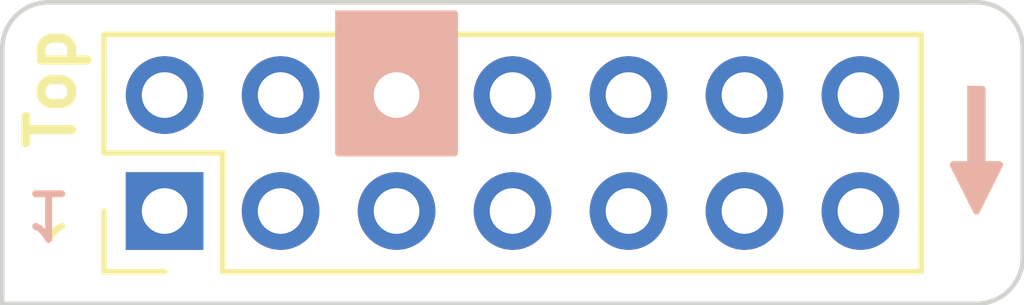
<source format=kicad_pcb>
(kicad_pcb (version 20221018) (generator pcbnew)
  (title_block (title "F-F JTAG Adapter") (date "2023-07-01") (rev "1.1") (company "Jacob Miller"))
  (layers (0 "F.Cu" signal) (31 "B.Cu" signal) (34 "B.Paste" user) (35 "F.Paste" user) (36 "B.SilkS" user "B.Silkscreen") (37 "F.SilkS" user "F.Silkscreen") (38 "B.Mask" user) (39 "F.Mask" user) (44 "Edge.Cuts" user))
  (net 0 "")
  (net 4 "GND")
  (net 5 "+3V3")
  (footprint "Connector_PinHeader_2.54mm:PinHeader_2x07_P2.54mm_Vertical" (layer "F.Cu") (at 144.78 129.54 90)
    (fp_text reference "J1" hide)
    (fp_text value "~")
    (fp_line (start -1.33 -1.33) (end 0 -1.33) (stroke (width 0.12)) (layer "F.SilkS"))
    (fp_line (start -1.33 0) (end -1.33 -1.33) (stroke (width 0.12)) (layer "F.SilkS"))
    (fp_line (start -1.33 1.27) (end -1.33 16.57) (stroke (width 0.12)) (layer "F.SilkS"))
    (fp_line (start -1.33 1.27) (end 1.27 1.27) (stroke (width 0.12)) (layer "F.SilkS"))
    (fp_line (start -1.33 16.57) (end 3.87 16.57) (stroke (width 0.12)) (layer "F.SilkS"))
    (fp_line (start 1.27 -1.33) (end 3.87 -1.33) (stroke (width 0.12)) (layer "F.SilkS"))
    (fp_line (start 1.27 1.27) (end 1.27 -1.33) (stroke (width 0.12)) (layer "F.SilkS"))
    (fp_line (start 3.87 -1.33) (end 3.87 16.57) (stroke (width 0.12)) (layer "F.SilkS"))
    (pad "1" thru_hole rect (at 0 0 90) (size 1.7 1.7) (drill 1) (layers "*.Cu" "*.Mask"))
    (pad "2" thru_hole oval (at 2.54 0 90) (size 1.7 1.7) (drill 1) (layers "*.Cu" "*.Mask"))
    (pad "3" thru_hole oval (at 0 2.54 90) (size 1.7 1.7) (drill 1) (layers "*.Cu" "*.Mask"))
    (pad "4" thru_hole oval (at 2.54 2.54 90) (size 1.7 1.7) (drill 1) (layers "*.Cu" "*.Mask") (net 4 "GND"))
    (pad "5" thru_hole oval (at 0 5.08 90) (size 1.7 1.7) (drill 1) (layers "*.Cu" "*.Mask") (net 5 "+3V3"))
    (pad "6" thru_hole oval (at 2.54 5.08 90) (size 1.7 1.7) (drill 1) (layers "*.Cu" "*.Mask"))
    (pad "7" thru_hole oval (at 0 7.62 90) (size 1.7 1.7) (drill 1) (layers "*.Cu" "*.Mask"))
    (pad "8" thru_hole oval (at 2.54 7.62 90) (size 1.7 1.7) (drill 1) (layers "*.Cu" "*.Mask") (net 4 "GND"))
    (pad "9" thru_hole oval (at 0 10.16 90) (size 1.7 1.7) (drill 1) (layers "*.Cu" "*.Mask"))
    (pad "10" thru_hole oval (at 2.54 10.16 90) (size 1.7 1.7) (drill 1) (layers "*.Cu" "*.Mask") (net 4 "GND"))
    (pad "11" thru_hole oval (at 0 12.7 90) (size 1.7 1.7) (drill 1) (layers "*.Cu" "*.Mask"))
    (pad "12" thru_hole oval (at 2.54 12.7 90) (size 1.7 1.7) (drill 1) (layers "*.Cu" "*.Mask") (net 4 "GND"))
    (pad "13" thru_hole oval (at 0 15.24 90) (size 1.7 1.7) (drill 1) (layers "*.Cu" "*.Mask"))
    (pad "14" thru_hole oval (at 2.54 15.24 90) (size 1.7 1.7) (drill 1) (layers "*.Cu" "*.Mask"))
  )
  (gr_rect (start 148.59 125.222) (end 151.13 128.27) (stroke (width 0.15)) (fill solid) (layer "B.SilkS"))
  (gr_rect (start 162.433 126.873) (end 162.687 128.524) (stroke (width 0.15)) (fill solid) (layer "B.SilkS"))
  (gr_poly (pts (xy 162.56 129.54) (xy 162.052 128.524) (xy 163.068 128.524)) (stroke (width 0.15)) (fill solid) (layer "B.SilkS"))
  (gr_rect (start 148.59 125.222) (end 151.13 128.27) (stroke (width 0.15)) (fill solid) (layer "F.SilkS"))
  (gr_poly (pts (xy 162.56 129.54) (xy 162.052 128.524) (xy 163.068 128.524)) (stroke (width 0.15)) (fill solid) (layer "F.SilkS"))
  (gr_rect (start 162.433 126.873) (end 162.687 128.524) (stroke (width 0.15)) (fill solid) (layer "F.SilkS"))
  (gr_line (start 163.576 125.984) (end 163.576 130.556) (stroke (width 0.1)) (layer "Edge.Cuts"))
  (gr_arc (start 141.224 125.984) (mid 141.52158 125.26558) (end 142.24 124.968) (stroke (width 0.1)) (layer "Edge.Cuts"))
  (gr_line (start 141.224 131.572) (end 162.56 131.572) (stroke (width 0.1)) (layer "Edge.Cuts"))
  (gr_line (start 162.56 124.968) (end 142.24 124.968) (stroke (width 0.1)) (layer "Edge.Cuts"))
  (gr_line (start 141.224 125.984) (end 141.224 131.572) (stroke (width 0.1)) (layer "Edge.Cuts"))
  (gr_arc (start 162.56 124.968) (mid 163.27842 125.26558) (end 163.576 125.984) (stroke (width 0.1)) (layer "Edge.Cuts"))
  (gr_arc (start 163.576 130.556) (mid 163.27842 131.27442) (end 162.56 131.572) (stroke (width 0.1)) (layer "Edge.Cuts"))
  (gr_text "1" (at 142.24 129.032 180) (layer "B.SilkS") (effects (font (size 1 1)) (justify bottom mirror)))
  (gr_text "1" (at 142.24 129.032 180) (layer "F.SilkS") (effects (font (size 1 1)) (justify bottom)))
  (gr_text "Top" (at 142.875 128.27 90) (layer "F.SilkS") (effects (font (size 1 1) (thickness 0.2) bold) (justify left bottom)))
)
</source>
